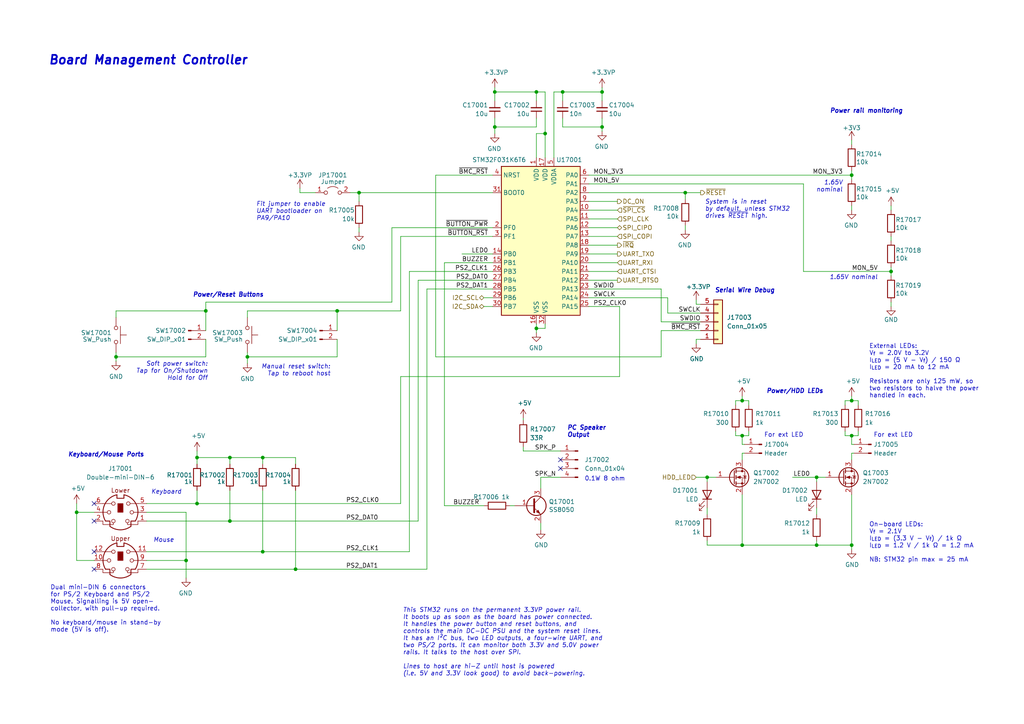
<source format=kicad_sch>
(kicad_sch (version 20211123) (generator eeschema)
  (paper "A4")
  (title_block (title "Neotron Common Hardware - Board M'gmt Controller") (date "${date}") (rev "${version}") (company "https://neotron-compute.github.io") (comment 1 "Licensed as CC-BY-SA") (comment 2 "Copyright (c) The Neotron Developers, 2022"))
  (lib_symbols
    (symbol "Connector:Conn_01x02_Male" (pin_names (offset 1.016) hide)
      (property "Reference" "J" (at 0 2.54 0))
      (property "Value" "Conn_01x02_Male" (at 0 -5.08 0))
      (symbol "Conn_01x02_Male_1_1"
        (pin passive line (at 5.08 0 180) (length 3.81) (name "Pin_1") (number "1"))
        (pin passive line (at 5.08 -2.54 180) (length 3.81) (name "Pin_2") (number "2"))
      )
    )
    (symbol "Connector:Conn_01x04_Male" (pin_names (offset 1.016) hide)
      (property "Reference" "J" (at 0 5.08 0))
      (property "Value" "Conn_01x04_Male" (at 0 -7.62 0))
      (symbol "Conn_01x04_Male_1_1"
        (pin passive line (at 5.08 2.54 180) (length 3.81) (name "Pin_1") (number "1"))
        (pin passive line (at 5.08 0 180) (length 3.81) (name "Pin_2") (number "2"))
        (pin passive line (at 5.08 -2.54 180) (length 3.81) (name "Pin_3") (number "3"))
        (pin passive line (at 5.08 -5.08 180) (length 3.81) (name "Pin_4") (number "4"))
      )
    )
    (symbol "Connector_Generic:Conn_01x05" (pin_names (offset 1.016) hide)
      (property "Reference" "J" (at 0 7.62 0))
      (property "Value" "Conn_01x05" (at 0 -7.62 0))
      (symbol "Conn_01x05_1_1"
        (pin passive line (at -5.08 5.08 0) (length 3.81) (name "Pin_1") (number "1"))
        (pin passive line (at -5.08 2.54 0) (length 3.81) (name "Pin_2") (number "2"))
        (pin passive line (at -5.08 0 0) (length 3.81) (name "Pin_3") (number "3"))
        (pin passive line (at -5.08 -2.54 0) (length 3.81) (name "Pin_4") (number "4"))
        (pin passive line (at -5.08 -5.08 0) (length 3.81) (name "Pin_5") (number "5"))
      )
    )
    (symbol "Device:C_Small" (pin_numbers hide) (pin_names (offset 0.254) hide)
      (property "Reference" "C" (at 0.254 1.778 0))
      (property "Value" "C_Small" (at 0.254 -2.032 0))
      (symbol "C_Small_1_1"
        (pin passive line (at 0 2.54 270) (length 2.032) (name "~") (number "1"))
        (pin passive line (at 0 -2.54 90) (length 2.032) (name "~") (number "2"))
      )
    )
    (symbol "Device:LED" (pin_numbers hide) (pin_names (offset 1.016) hide)
      (property "Reference" "D" (at 0 2.54 0))
      (property "Value" "LED" (at 0 -2.54 0))
      (symbol "LED_1_1"
        (pin passive line (at -3.81 0 0) (length 2.54) (name "K") (number "1"))
        (pin passive line (at 3.81 0 180) (length 2.54) (name "A") (number "2"))
      )
    )
    (symbol "Device:R" (pin_numbers hide) (pin_names (offset 0))
      (property "Reference" "R" (at 2.032 0 90))
      (property "Value" "R" (at 0 0 90))
      (symbol "R_1_1"
        (pin passive line (at 0 3.81 270) (length 1.27) (name "~") (number "1"))
        (pin passive line (at 0 -3.81 90) (length 1.27) (name "~") (number "2"))
      )
    )
    (symbol "Double-mini-DIN-6_1" (pin_names (offset 1.016))
      (property "Reference" "J" (at -5.08 12.7 0))
      (property "Value" "Double-mini-DIN-6_1" (at -10.16 -15.24 0))
      (symbol "Double-mini-DIN-6_1_0_0"
        (text "Lower" (at 0 12.7 0) (effects (font (size 1.27 1.27))))
        (text "Upper" (at 0 -1.27 0) (effects (font (size 1.27 1.27))))
      )
      (symbol "Double-mini-DIN-6_1_1_1"
        (pin passive line (at 7.62 3.81 180) (length 2.54) (name "~") (number "1"))
        (pin passive line (at -7.62 -7.62 0) (length 2.54) (name "~") (number "10"))
        (pin passive line (at 7.62 -5.08 180) (length 2.54) (name "~") (number "11"))
        (pin passive line (at -7.62 -5.08 0) (length 2.54) (name "~") (number "12"))
        (pin passive line (at -7.62 3.81 0) (length 2.54) (name "~") (number "2"))
        (pin passive line (at 7.62 6.35 180) (length 2.54) (name "~") (number "3"))
        (pin passive line (at -7.62 6.35 0) (length 2.54) (name "~") (number "4"))
        (pin passive line (at 7.62 8.89 180) (length 2.54) (name "~") (number "5"))
        (pin passive line (at -7.62 8.89 0) (length 2.54) (name "~") (number "6"))
        (pin passive line (at 7.62 -10.16 180) (length 2.54) (name "~") (number "7"))
        (pin passive line (at -7.62 -10.16 0) (length 2.54) (name "~") (number "8"))
        (pin passive line (at 7.62 -7.62 180) (length 2.54) (name "~") (number "9"))
      )
    )
    (symbol "Jumper:Jumper_2_Open" (pin_names (offset 0) hide)
      (property "Reference" "JP" (at 0 2.794 0))
      (property "Value" "Jumper_2_Open" (at 0 -2.286 0))
      (symbol "Jumper_2_Open_1_1"
        (pin passive line (at -5.08 0 0) (length 2.54) (name "A") (number "1"))
        (pin passive line (at 5.08 0 180) (length 2.54) (name "B") (number "2"))
      )
    )
    (symbol "MCU_ST_STM32F0:STM32F030K6Tx"
      (property "Reference" "U" (at -12.7 21.59 0))
      (property "Value" "STM32F030K6Tx" (at 5.08 21.59 0))
      (symbol "STM32F030K6Tx_1_1"
        (pin power_in line (at -2.54 22.86 270) (length 2.54) (name "VDD") (number "1"))
        (pin bidirectional line (at 12.7 7.62 180) (length 2.54) (name "PA4") (number "10"))
        (pin bidirectional line (at 12.7 5.08 180) (length 2.54) (name "PA5") (number "11"))
        (pin bidirectional line (at 12.7 2.54 180) (length 2.54) (name "PA6") (number "12"))
        (pin bidirectional line (at 12.7 0 180) (length 2.54) (name "PA7") (number "13"))
        (pin bidirectional line (at -15.24 -5.08 0) (length 2.54) (name "PB0") (number "14"))
        (pin bidirectional line (at -15.24 -7.62 0) (length 2.54) (name "PB1") (number "15"))
        (pin power_in line (at -2.54 -25.4 90) (length 2.54) (name "VSS") (number "16"))
        (pin power_in line (at 0 22.86 270) (length 2.54) (name "VDD") (number "17"))
        (pin bidirectional line (at 12.7 -2.54 180) (length 2.54) (name "PA8") (number "18"))
        (pin bidirectional line (at 12.7 -5.08 180) (length 2.54) (name "PA9") (number "19"))
        (pin input line (at -15.24 2.54 0) (length 2.54) (name "PF0") (number "2"))
        (pin bidirectional line (at 12.7 -7.62 180) (length 2.54) (name "PA10") (number "20"))
        (pin bidirectional line (at 12.7 -10.16 180) (length 2.54) (name "PA11") (number "21"))
        (pin bidirectional line (at 12.7 -12.7 180) (length 2.54) (name "PA12") (number "22"))
        (pin bidirectional line (at 12.7 -15.24 180) (length 2.54) (name "PA13") (number "23"))
        (pin bidirectional line (at 12.7 -17.78 180) (length 2.54) (name "PA14") (number "24"))
        (pin bidirectional line (at 12.7 -20.32 180) (length 2.54) (name "PA15") (number "25"))
        (pin bidirectional line (at -15.24 -10.16 0) (length 2.54) (name "PB3") (number "26"))
        (pin bidirectional line (at -15.24 -12.7 0) (length 2.54) (name "PB4") (number "27"))
        (pin bidirectional line (at -15.24 -15.24 0) (length 2.54) (name "PB5") (number "28"))
        (pin bidirectional line (at -15.24 -17.78 0) (length 2.54) (name "PB6") (number "29"))
        (pin input line (at -15.24 0 0) (length 2.54) (name "PF1") (number "3"))
        (pin bidirectional line (at -15.24 -20.32 0) (length 2.54) (name "PB7") (number "30"))
        (pin input line (at -15.24 12.7 0) (length 2.54) (name "BOOT0") (number "31"))
        (pin power_in line (at 0 -25.4 90) (length 2.54) (name "VSS") (number "32"))
        (pin input line (at -15.24 17.78 0) (length 2.54) (name "NRST") (number "4"))
        (pin power_in line (at 2.54 22.86 270) (length 2.54) (name "VDDA") (number "5"))
        (pin bidirectional line (at 12.7 17.78 180) (length 2.54) (name "PA0") (number "6"))
        (pin bidirectional line (at 12.7 15.24 180) (length 2.54) (name "PA1") (number "7"))
        (pin bidirectional line (at 12.7 12.7 180) (length 2.54) (name "PA2") (number "8"))
        (pin bidirectional line (at 12.7 10.16 180) (length 2.54) (name "PA3") (number "9"))
      )
    )
    (symbol "Switch:SW_Push" (pin_numbers hide) (pin_names (offset 1.016) hide)
      (property "Reference" "SW" (at 1.27 2.54 0))
      (property "Value" "SW_Push" (at 0 -1.524 0))
      (symbol "SW_Push_0_1"
        (pin passive line (at -5.08 0 0) (length 2.54) (name "1") (number "1"))
        (pin passive line (at 5.08 0 180) (length 2.54) (name "2") (number "2"))
      )
    )
    (symbol "Transistor_BJT:BC817" (pin_names (offset 0) hide)
      (property "Reference" "Q" (at 5.08 1.905 0))
      (property "Value" "BC817" (at 5.08 0 0))
      (symbol "BC817_1_1"
        (pin input line (at -5.08 0 0) (length 5.715) (name "B") (number "1"))
        (pin passive line (at 2.54 -5.08 90) (length 2.54) (name "E") (number "2"))
        (pin passive line (at 2.54 5.08 270) (length 2.54) (name "C") (number "3"))
      )
    )
    (symbol "Transistor_FET:2N7002" (pin_names hide)
      (property "Reference" "Q" (at 5.08 1.905 0))
      (property "Value" "2N7002" (at 5.08 0 0))
      (symbol "2N7002_1_1"
        (pin input line (at -5.08 0 0) (length 2.54) (name "G") (number "1"))
        (pin passive line (at 2.54 -5.08 90) (length 2.54) (name "S") (number "2"))
        (pin passive line (at 2.54 5.08 270) (length 2.54) (name "D") (number "3"))
      )
    )
    (symbol "power:+3.3VP" (power) (pin_names (offset 0))
      (property "Value" "+3.3VP" (at 0 2.54 0))
      (symbol "+3.3VP_0_0"
        (pin power_in line (at 0 0 90) (length 0) hide (name "+3.3VP") (number "1"))
      )
    )
    (symbol "power:+3V3" (power) (pin_names (offset 0))
      (property "Value" "+3V3" (at 0 3.556 0))
      (symbol "+3V3_1_1"
        (pin power_in line (at 0 0 90) (length 0) hide (name "+3V3") (number "1"))
      )
    )
    (symbol "power:+5V" (power) (pin_names (offset 0))
      (property "Value" "+5V" (at 0 3.556 0))
      (symbol "+5V_1_1"
        (pin power_in line (at 0 0 90) (length 0) hide (name "+5V") (number "1"))
      )
    )
    (symbol "power:GND" (power) (pin_names (offset 0))
      (property "Value" "GND" (at 0 -3.81 0))
      (symbol "GND_1_1"
        (pin power_in line (at 0 0 270) (length 0) hide (name "GND") (number "1"))
      )
    )
  )
  (junction (at 143.51 36.83))
  (junction (at 66.675 151.13))
  (junction (at 53.975 162.56))
  (junction (at 258.445 78.74))
  (junction (at 155.575 26.67))
  (junction (at 66.675 132.715))
  (junction (at 215.265 158.115))
  (junction (at 71.755 103.505))
  (junction (at 104.14 55.88))
  (junction (at 143.51 26.67))
  (junction (at 247.015 126.365))
  (junction (at 236.855 138.43))
  (junction (at 247.015 116.205))
  (junction (at 33.655 103.505))
  (junction (at 198.755 55.88))
  (junction (at 76.2 160.02))
  (junction (at 163.195 26.67))
  (junction (at 155.575 95.25))
  (junction (at 22.225 148.59))
  (junction (at 59.69 90.17))
  (junction (at 174.625 36.83))
  (junction (at 158.115 38.735))
  (junction (at 57.15 132.715))
  (junction (at 174.625 26.67))
  (junction (at 247.015 50.8))
  (junction (at 85.725 165.1))
  (junction (at 57.15 146.05))
  (junction (at 97.79 90.17))
  (junction (at 236.855 158.115))
  (junction (at 215.265 116.205))
  (junction (at 205.105 138.43))
  (junction (at 76.2 132.715))
  (junction (at 247.015 158.115))
  (junction (at 215.265 126.365))
  (no_connect (at 27.305 146.05))
  (no_connect (at 162.56 135.89))
  (no_connect (at 162.56 133.35))
  (no_connect (at 27.305 165.1))
  (no_connect (at 27.305 151.13))
  (no_connect (at 27.305 160.02))
  (wire (pts (xy 215.265 131.445) (xy 215.9 131.445)))
  (wire (pts (xy 163.195 26.67) (xy 163.195 29.21)))
  (wire (pts (xy 116.205 146.05) (xy 116.205 109.22)))
  (wire (pts (xy 217.17 126.365) (xy 215.265 126.365)))
  (wire (pts (xy 247.015 126.365) (xy 248.92 126.365)))
  (wire (pts (xy 163.195 36.83) (xy 174.625 36.83)))
  (wire (pts (xy 245.11 126.365) (xy 247.015 126.365)))
  (wire (pts (xy 76.2 134.62) (xy 76.2 132.715)))
  (wire (pts (xy 170.815 55.88) (xy 198.755 55.88)))
  (wire (pts (xy 198.755 55.88) (xy 203.2 55.88)))
  (wire (pts (xy 258.445 77.47) (xy 258.445 78.74)))
  (wire (pts (xy 116.205 68.58) (xy 116.205 90.17)))
  (wire (pts (xy 170.815 81.28) (xy 179.07 81.28)))
  (wire (pts (xy 170.815 78.74) (xy 179.07 78.74)))
  (wire (pts (xy 213.36 117.475) (xy 213.36 116.205)))
  (wire (pts (xy 33.655 90.17) (xy 59.69 90.17)))
  (wire (pts (xy 170.815 66.04) (xy 179.07 66.04)))
  (wire (pts (xy 86.995 54.61) (xy 86.995 55.88)))
  (wire (pts (xy 121.285 81.28) (xy 142.875 81.28)))
  (wire (pts (xy 101.6 55.88) (xy 104.14 55.88)))
  (wire (pts (xy 57.15 130.81) (xy 57.15 132.715)))
  (wire (pts (xy 42.545 162.56) (xy 53.975 162.56)))
  (wire (pts (xy 215.265 126.365) (xy 215.265 128.905)))
  (wire (pts (xy 247.015 126.365) (xy 247.015 128.905)))
  (wire (pts (xy 170.815 71.12) (xy 179.07 71.12)))
  (wire (pts (xy 97.79 98.425) (xy 97.79 103.505)))
  (wire (pts (xy 248.92 126.365) (xy 248.92 125.095)))
  (wire (pts (xy 233.045 78.74) (xy 258.445 78.74)))
  (wire (pts (xy 247.015 41.91) (xy 247.015 40.64)))
  (wire (pts (xy 118.745 160.02) (xy 118.745 78.74)))
  (wire (pts (xy 33.655 90.17) (xy 33.655 92.075)))
  (wire (pts (xy 174.625 26.67) (xy 174.625 25.4)))
  (wire (pts (xy 33.655 103.505) (xy 59.69 103.505)))
  (wire (pts (xy 71.755 103.505) (xy 71.755 105.41)))
  (wire (pts (xy 155.575 95.25) (xy 155.575 96.52)))
  (wire (pts (xy 205.105 156.845) (xy 205.105 158.115)))
  (wire (pts (xy 198.755 55.88) (xy 198.755 57.785)))
  (wire (pts (xy 97.79 90.17) (xy 97.79 95.885)))
  (wire (pts (xy 247.015 128.905) (xy 247.65 128.905)))
  (wire (pts (xy 59.69 98.425) (xy 59.69 103.505)))
  (wire (pts (xy 97.79 90.17) (xy 116.205 90.17)))
  (wire (pts (xy 155.575 26.67) (xy 158.115 26.67)))
  (wire (pts (xy 66.675 151.13) (xy 121.285 151.13)))
  (wire (pts (xy 22.225 148.59) (xy 22.225 146.05)))
  (wire (pts (xy 133.985 73.66) (xy 142.875 73.66)))
  (wire (pts (xy 170.815 86.36) (xy 193.675 86.36)))
  (wire (pts (xy 201.93 88.265) (xy 201.93 86.995)))
  (wire (pts (xy 143.51 36.83) (xy 155.575 36.83)))
  (wire (pts (xy 59.69 90.17) (xy 59.69 87.63)))
  (wire (pts (xy 247.015 131.445) (xy 247.65 131.445)))
  (wire (pts (xy 71.755 103.505) (xy 97.79 103.505)))
  (wire (pts (xy 42.545 148.59) (xy 53.975 148.59)))
  (wire (pts (xy 258.445 59.69) (xy 258.445 60.96)))
  (wire (pts (xy 170.815 73.66) (xy 179.07 73.66)))
  (wire (pts (xy 245.11 125.095) (xy 245.11 126.365)))
  (wire (pts (xy 215.265 158.115) (xy 236.855 158.115)))
  (wire (pts (xy 57.15 134.62) (xy 57.15 132.715)))
  (wire (pts (xy 71.755 90.17) (xy 97.79 90.17)))
  (wire (pts (xy 57.15 132.715) (xy 66.675 132.715)))
  (wire (pts (xy 123.825 83.82) (xy 123.825 165.1)))
  (wire (pts (xy 85.725 132.715) (xy 85.725 134.62)))
  (wire (pts (xy 76.2 132.715) (xy 85.725 132.715)))
  (wire (pts (xy 140.335 88.9) (xy 142.875 88.9)))
  (wire (pts (xy 170.815 76.2) (xy 179.07 76.2)))
  (wire (pts (xy 151.765 121.285) (xy 151.765 121.92)))
  (wire (pts (xy 126.365 50.8) (xy 142.875 50.8)))
  (wire (pts (xy 104.14 55.88) (xy 142.875 55.88)))
  (wire (pts (xy 59.69 87.63) (xy 113.665 87.63)))
  (wire (pts (xy 201.93 138.43) (xy 205.105 138.43)))
  (wire (pts (xy 215.265 131.445) (xy 215.265 133.35)))
  (wire (pts (xy 76.2 160.02) (xy 118.745 160.02)))
  (wire (pts (xy 203.2 98.425) (xy 201.93 98.425)))
  (wire (pts (xy 247.015 158.115) (xy 247.015 143.51)))
  (wire (pts (xy 42.545 146.05) (xy 57.15 146.05)))
  (wire (pts (xy 170.815 63.5) (xy 179.07 63.5)))
  (wire (pts (xy 128.905 76.2) (xy 128.905 146.685)))
  (wire (pts (xy 239.395 138.43) (xy 236.855 138.43)))
  (wire (pts (xy 151.765 130.81) (xy 162.56 130.81)))
  (wire (pts (xy 156.845 141.605) (xy 156.845 138.43)))
  (wire (pts (xy 86.995 55.88) (xy 91.44 55.88)))
  (wire (pts (xy 258.445 88.9) (xy 258.445 87.63)))
  (wire (pts (xy 170.815 50.8) (xy 247.015 50.8)))
  (wire (pts (xy 140.335 86.36) (xy 142.875 86.36)))
  (wire (pts (xy 248.92 116.205) (xy 247.015 116.205)))
  (wire (pts (xy 155.575 38.735) (xy 158.115 38.735)))
  (wire (pts (xy 215.265 116.205) (xy 217.17 116.205)))
  (wire (pts (xy 191.77 103.505) (xy 126.365 103.505)))
  (wire (pts (xy 53.975 162.56) (xy 53.975 167.64)))
  (wire (pts (xy 174.625 26.67) (xy 174.625 29.21)))
  (wire (pts (xy 247.015 158.115) (xy 247.015 159.385)))
  (wire (pts (xy 158.115 38.735) (xy 158.115 45.72)))
  (wire (pts (xy 116.205 109.22) (xy 179.705 109.22)))
  (wire (pts (xy 236.855 158.115) (xy 247.015 158.115)))
  (wire (pts (xy 143.51 26.67) (xy 155.575 26.67)))
  (wire (pts (xy 215.265 143.51) (xy 215.265 158.115)))
  (wire (pts (xy 258.445 78.74) (xy 258.445 80.01)))
  (wire (pts (xy 215.265 128.905) (xy 215.9 128.905)))
  (wire (pts (xy 247.015 49.53) (xy 247.015 50.8)))
  (wire (pts (xy 170.815 88.9) (xy 179.705 88.9)))
  (wire (pts (xy 113.665 66.04) (xy 142.875 66.04)))
  (wire (pts (xy 247.015 50.8) (xy 247.015 52.07)))
  (wire (pts (xy 205.105 138.43) (xy 207.645 138.43)))
  (wire (pts (xy 170.815 68.58) (xy 179.07 68.58)))
  (wire (pts (xy 217.17 116.205) (xy 217.17 117.475)))
  (wire (pts (xy 203.2 95.885) (xy 191.77 95.885)))
  (wire (pts (xy 155.575 26.67) (xy 155.575 29.21)))
  (wire (pts (xy 193.675 86.36) (xy 193.675 90.805)))
  (wire (pts (xy 258.445 68.58) (xy 258.445 69.85)))
  (wire (pts (xy 229.87 138.43) (xy 236.855 138.43)))
  (wire (pts (xy 247.015 116.205) (xy 245.11 116.205)))
  (wire (pts (xy 66.675 142.24) (xy 66.675 151.13)))
  (wire (pts (xy 53.975 148.59) (xy 53.975 162.56)))
  (wire (pts (xy 205.105 147.32) (xy 205.105 149.225)))
  (wire (pts (xy 203.2 93.345) (xy 191.77 93.345)))
  (wire (pts (xy 57.15 142.24) (xy 57.15 146.05)))
  (wire (pts (xy 163.195 26.67) (xy 174.625 26.67)))
  (wire (pts (xy 147.955 146.685) (xy 149.225 146.685)))
  (wire (pts (xy 116.205 68.58) (xy 142.875 68.58)))
  (wire (pts (xy 22.225 148.59) (xy 27.305 148.59)))
  (wire (pts (xy 126.365 103.505) (xy 126.365 50.8)))
  (wire (pts (xy 76.2 142.24) (xy 76.2 160.02)))
  (wire (pts (xy 57.15 146.05) (xy 116.205 146.05)))
  (wire (pts (xy 143.51 36.83) (xy 143.51 38.735)))
  (wire (pts (xy 113.665 66.04) (xy 113.665 87.63)))
  (wire (pts (xy 155.575 95.25) (xy 158.115 95.25)))
  (wire (pts (xy 143.51 25.4) (xy 143.51 26.67)))
  (wire (pts (xy 174.625 38.1) (xy 174.625 36.83)))
  (wire (pts (xy 170.815 60.96) (xy 179.07 60.96)))
  (wire (pts (xy 27.305 162.56) (xy 22.225 162.56)))
  (wire (pts (xy 121.285 81.28) (xy 121.285 151.13)))
  (wire (pts (xy 170.815 53.34) (xy 233.045 53.34)))
  (wire (pts (xy 213.36 126.365) (xy 213.36 125.095)))
  (wire (pts (xy 247.015 59.69) (xy 247.015 60.96)))
  (wire (pts (xy 42.545 165.1) (xy 85.725 165.1)))
  (wire (pts (xy 245.11 116.205) (xy 245.11 117.475)))
  (wire (pts (xy 236.855 138.43) (xy 236.855 139.7)))
  (wire (pts (xy 128.905 76.2) (xy 142.875 76.2)))
  (wire (pts (xy 160.655 26.67) (xy 163.195 26.67)))
  (wire (pts (xy 205.105 138.43) (xy 205.105 139.7)))
  (wire (pts (xy 104.14 67.31) (xy 104.14 66.04)))
  (wire (pts (xy 158.115 26.67) (xy 158.115 38.735)))
  (wire (pts (xy 143.51 26.67) (xy 143.51 29.21)))
  (wire (pts (xy 233.045 53.34) (xy 233.045 78.74)))
  (wire (pts (xy 156.845 151.765) (xy 156.845 153.67)))
  (wire (pts (xy 160.655 26.67) (xy 160.655 45.72)))
  (wire (pts (xy 170.815 83.82) (xy 191.77 83.82)))
  (wire (pts (xy 236.855 158.115) (xy 236.855 156.845)))
  (wire (pts (xy 248.92 117.475) (xy 248.92 116.205)))
  (wire (pts (xy 155.575 38.735) (xy 155.575 45.72)))
  (wire (pts (xy 217.17 125.095) (xy 217.17 126.365)))
  (wire (pts (xy 215.265 114.935) (xy 215.265 116.205)))
  (wire (pts (xy 170.815 58.42) (xy 179.07 58.42)))
  (wire (pts (xy 151.765 129.54) (xy 151.765 130.81)))
  (wire (pts (xy 143.51 34.29) (xy 143.51 36.83)))
  (wire (pts (xy 155.575 34.29) (xy 155.575 36.83)))
  (wire (pts (xy 42.545 160.02) (xy 76.2 160.02)))
  (wire (pts (xy 191.77 93.345) (xy 191.77 83.82)))
  (wire (pts (xy 22.225 148.59) (xy 22.225 162.56)))
  (wire (pts (xy 198.755 65.405) (xy 198.755 66.675)))
  (wire (pts (xy 247.015 116.205) (xy 247.015 114.935)))
  (wire (pts (xy 193.675 90.805) (xy 203.2 90.805)))
  (wire (pts (xy 201.93 98.425) (xy 201.93 99.695)))
  (wire (pts (xy 163.195 34.29) (xy 163.195 36.83)))
  (wire (pts (xy 66.675 132.715) (xy 76.2 132.715)))
  (wire (pts (xy 155.575 93.98) (xy 155.575 95.25)))
  (wire (pts (xy 128.905 146.685) (xy 140.335 146.685)))
  (wire (pts (xy 85.725 142.24) (xy 85.725 165.1)))
  (wire (pts (xy 33.655 102.235) (xy 33.655 103.505)))
  (wire (pts (xy 66.675 134.62) (xy 66.675 132.715)))
  (wire (pts (xy 71.755 102.235) (xy 71.755 103.505)))
  (wire (pts (xy 42.545 151.13) (xy 66.675 151.13)))
  (wire (pts (xy 215.265 126.365) (xy 213.36 126.365)))
  (wire (pts (xy 205.105 158.115) (xy 215.265 158.115)))
  (wire (pts (xy 213.36 116.205) (xy 215.265 116.205)))
  (wire (pts (xy 71.755 90.17) (xy 71.755 92.075)))
  (wire (pts (xy 247.015 131.445) (xy 247.015 133.35)))
  (wire (pts (xy 104.14 55.88) (xy 104.14 58.42)))
  (wire (pts (xy 158.115 95.25) (xy 158.115 93.98)))
  (wire (pts (xy 203.2 88.265) (xy 201.93 88.265)))
  (wire (pts (xy 179.705 109.22) (xy 179.705 88.9)))
  (wire (pts (xy 85.725 165.1) (xy 123.825 165.1)))
  (wire (pts (xy 33.655 103.505) (xy 33.655 104.775)))
  (wire (pts (xy 191.77 95.885) (xy 191.77 103.505)))
  (wire (pts (xy 236.855 147.32) (xy 236.855 149.225)))
  (wire (pts (xy 156.845 138.43) (xy 162.56 138.43)))
  (wire (pts (xy 123.825 83.82) (xy 142.875 83.82)))
  (wire (pts (xy 59.69 90.17) (xy 59.69 95.885)))
  (wire (pts (xy 174.625 34.29) (xy 174.625 36.83)))
  (wire (pts (xy 118.745 78.74) (xy 142.875 78.74)))
  (text "Keyboard/Mouse Ports" (at 19.685 132.715 0) (effects (font (size 1.27 1.27) (thickness 0.254) bold italic) (justify left bottom)))
  (text "System is in reset\nby default, unless STM32\ndrives ~{RESET} high." (at 204.47 63.5 0) (effects (font (size 1.27 1.27) italic) (justify left bottom)))
  (text "Manual reset switch:\nTap to reboot host" (at 95.885 109.22 180) (effects (font (size 1.27 1.27) italic) (justify right bottom)))
  (text "PC Speaker\nOutput" (at 164.465 127 0) (effects (font (size 1.27 1.27) (thickness 0.254) bold italic) (justify left bottom)))
  (text "0.1W 8 ohm" (at 169.545 139.7 0) (effects (font (size 1.27 1.27)) (justify left bottom)))
  (text "For ext LED" (at 221.615 127 0) (effects (font (size 1.27 1.27)) (justify left bottom)))
  (text "1.65V nominal" (at 254.635 81.28 180) (effects (font (size 1.27 1.27) italic) (justify right bottom)))
  (text "Dual mini-DIN 6 connectors\nfor PS/2 Keyboard and PS/2\nMouse. Signalling is 5V open-\ncollector, with pull-up required.\n\nNo keyboard/mouse in stand-by\nmode (5V is off)." (at 14.605 183.515 0) (effects (font (size 1.27 1.27)) (justify left bottom)))
  (text "On-board LEDs:\nV_{f} = 2.1V\nI_{LED} = (3.3 V - V_{f}) / ${00000000-0000-0000-0000-0000606e2a0b:VALUE} Ω\nI_{LED} = 1.2 V / ${00000000-0000-0000-0000-0000606e2a0b:VALUE} Ω = 1.2 mA\n\nNB: STM32 pin max = 25 mA" (at 252.095 163.195 0) (effects (font (size 1.27 1.27)) (justify left bottom)))
  (text "For ext LED" (at 253.365 127 0) (effects (font (size 1.27 1.27)) (justify left bottom)))
  (text "Serial Wire Debug" (at 224.79 85.09 180) (effects (font (size 1.27 1.27) (thickness 0.254) bold italic) (justify right bottom)))
  (text "1.65V\nnominal" (at 244.475 55.88 180) (effects (font (size 1.27 1.27) italic) (justify right bottom)))
  (text "Mouse" (at 44.45 157.48 0) (effects (font (size 1.27 1.27) italic) (justify left bottom)))
  (text "Power rail monitoring" (at 240.665 33.02 0) (effects (font (size 1.27 1.27) (thickness 0.254) bold italic) (justify left bottom)))
  (text "Board Management Controller" (at 13.97 19.05 0) (effects (font (size 2.54 2.54) (thickness 0.508) bold italic) (justify left bottom)))
  (text "Fit jumper to enable\nUART bootloader on\nPA9/PA10" (at 74.295 64.135 0) (effects (font (size 1.27 1.27) italic) (justify left bottom)))
  (text "Soft power switch:\nTap for On/Shutdown\nHold for Off" (at 60.325 110.49 0) (effects (font (size 1.27 1.27) italic) (justify right bottom)))
  (text "Keyboard" (at 43.815 143.51 0) (effects (font (size 1.27 1.27) italic) (justify left bottom)))
  (text "External LEDs:\nV_{f} = 2.0V to 3.2V\nI_{LED} = (5 V - V_{f}) / 150 Ω\nI_{LED} = 20 mA to 12 mA\n\nResistors are only 125 mW, so\ntwo resistors to halve the power\nhandled in each.\n" (at 252.095 115.57 0) (effects (font (size 1.27 1.27)) (justify left bottom)))
  (text "Power/HDD LEDs" (at 222.25 114.3 0) (effects (font (size 1.27 1.27) (thickness 0.254) bold italic) (justify left bottom)))
  (text "Power/Reset Buttons" (at 55.88 86.36 0) (effects (font (size 1.27 1.27) (thickness 0.254) bold italic) (justify left bottom)))
  (text "This STM32 runs on the permanent 3.3VP power rail.\nIt boots up as soon as the board has power connected.\nIt handles the power button and reset buttons, and\ncontrols the main DC-DC PSU and the system reset lines.\nIt has an I²C bus, two LED outputs, a four-wire UART, and\ntwo PS/2 ports. It can monitor both 3.3V and 5.0V power\nrails. It talks to the host over SPI.\n\nLines to host are hi-Z until host is powered\n(i.e. 5V and 3.3V look good) to avoid back-powering." (at 116.84 196.215 0) (effects (font (size 1.27 1.27) italic) (justify left bottom)))
  (label "SWDIO" (at 172.085 83.82 0))
  (label "PS2_CLK1" (at 141.605 78.74 180))
  (label "BUZZER" (at 139.065 146.685 180))
  (label "PS2_CLK0" (at 100.33 146.05 0))
  (label "PS2_DAT1" (at 141.605 83.82 180))
  (label "~{BUTTON_RST}" (at 141.605 68.58 180))
  (label "LED0" (at 234.95 138.43 180))
  (label "SWDIO" (at 203.2 93.345 180))
  (label "~{BUTTON_PWR}" (at 141.605 66.04 180))
  (label "~{BMC_RST}" (at 203.2 95.885 180))
  (label "PS2_DAT0" (at 100.33 151.13 0))
  (label "SWCLK" (at 172.085 86.36 0))
  (label "SPK_N" (at 161.29 138.43 180))
  (label "~{BMC_RST}" (at 141.605 50.8 180))
  (label "MON_5V" (at 254.635 78.74 180))
  (label "BUZZER" (at 141.605 76.2 180))
  (label "MON_3V3" (at 244.475 50.8 180))
  (label "LED0" (at 141.605 73.66 180))
  (label "SPK_P" (at 161.29 130.81 180))
  (label "PS2_DAT0" (at 141.605 81.28 180))
  (label "MON_3V3" (at 172.085 50.8 0))
  (label "PS2_DAT1" (at 100.33 165.1 0))
  (label "PS2_CLK1" (at 100.33 160.02 0))
  (label "MON_5V" (at 172.085 53.34 0))
  (label "SWCLK" (at 203.2 90.805 180))
  (label "PS2_CLK0" (at 172.085 88.9 0))
  (hierarchical_label "DC_ON" (shape output) (at 179.07 58.42 0))
  (hierarchical_label "~{RESET}" (shape output) (at 203.2 55.88 0))
  (hierarchical_label "~{SPI_CS}" (shape input) (at 179.07 60.96 0))
  (hierarchical_label "~{IRQ}" (shape output) (at 179.07 71.12 0))
  (hierarchical_label "SPI_COPI" (shape input) (at 179.07 68.58 0))
  (hierarchical_label "UART_TXO" (shape output) (at 179.07 73.66 0))
  (hierarchical_label "UART_RTSO" (shape output) (at 179.07 81.28 0))
  (hierarchical_label "UART_RXI" (shape input) (at 179.07 76.2 0))
  (hierarchical_label "I2C_SDA" (shape bidirectional) (at 140.335 88.9 180))
  (hierarchical_label "SPI_CLK" (shape input) (at 179.07 63.5 0))
  (hierarchical_label "SPI_CIPO" (shape tri_state) (at 179.07 66.04 0))
  (hierarchical_label "UART_CTSI" (shape input) (at 179.07 78.74 0))
  (hierarchical_label "HDD_LED" (shape input) (at 201.93 138.43 180))
  (hierarchical_label "I2C_SCL" (shape bidirectional) (at 140.335 86.36 180))
  (symbol (lib_id "power:GND") (at 71.755 105.41 0) (mirror y) (unit 1)
    (property "Reference" "#PWR017005" (effects hide))
    (property "Value" "GND" (at 71.755 109.855 0))
  )
  (symbol (lib_id "Device:LED") (at 205.105 143.51 270) (mirror x) (unit 1)
    (property "Reference" "D17001" (at 202.565 142.24 90) (effects (justify right)))
    (property "Value" "LED" (at 202.565 144.78 90) (effects (justify right)))
    (property "Footprint" "LED_SMD:LED_0805_2012Metric" (effects hide))
    (property "Datasheet" "https://datasheet.lcsc.com/lcsc/1806151129_Hubei-KENTO-Elec-17-21SUYC-TR8_C2296.pdf" (effects hide))
    (property "DNP" "0" (effects hide))
    (property "MPN" "17-21SUYC/TR8" (effects hide))
    (property "Manufacturer" "Hubei KENTO" (effects hide))
    (property "LCSC Part#" "C2296" (effects hide))
    (property "Voltage" "2.1V" (effects hide))
    (property "JLCPCB Collection" "Basic" (effects hide))
  )
  (symbol (lib_id "Device:R") (at 205.105 153.035 0) (unit 1)
    (property "Reference" "R17009" (at 203.2 151.765 0) (effects (justify right)))
    (property "Value" "1k" (at 203.2 154.305 0) (effects (justify right)))
    (property "Footprint" "Resistor_SMD:R_0805_2012Metric_Pad1.20x1.40mm_HandSolder" (effects hide))
    (property "DNP" "0" (effects hide))
    (property "MPN" "0805W8F1001T5E" (effects hide))
    (property "Manufacturer" "Uniroyal" (effects hide))
    (property "LCSC Part#" "C17513" (effects hide))
    (property "Tolerance" "1%" (effects hide))
    (property "JLCPCB Collection" "Basic" (effects hide))
  )
  (symbol (lib_id "power:GND") (at 247.015 60.96 0) (mirror y) (unit 1)
    (property "Reference" "#PWR017020" (effects hide))
    (property "Value" "GND" (at 246.888 65.3542 0))
  )
  (symbol (lib_id "power:+3V3") (at 247.015 40.64 0) (unit 1)
    (property "Reference" "#PWR017019" (effects hide))
    (property "Value" "+3V3" (at 247.015 37.084 0))
  )
  (symbol (lib_id "power:GND") (at 53.975 167.64 0) (mirror y) (unit 1)
    (property "Reference" "#PWR017003" (effects hide))
    (property "Value" "GND" (at 53.848 172.0342 0))
  )
  (symbol (lib_id "power:+5V") (at 22.225 146.05 0) (unit 1)
    (property "Reference" "#PWR017001" (effects hide))
    (property "Value" "+5V" (at 22.606 141.6558 0))
  )
  (symbol (lib_id "Device:R") (at 258.445 83.82 0) (unit 1)
    (property "Reference" "R17019" (at 259.715 82.7786 0) (effects (justify left)))
    (property "Value" "10k" (at 259.715 85.09 0) (effects (justify left)))
    (property "Footprint" "Resistor_SMD:R_0805_2012Metric_Pad1.20x1.40mm_HandSolder" (effects hide))
    (property "DNP" "0" (effects hide))
    (property "MPN" "0805W8F1002T5E" (effects hide))
    (property "Manufacturer" "Uniroyal" (effects hide))
    (property "LCSC Part#" "C17414" (effects hide))
    (property "Tolerance" "1%" (effects hide))
    (property "JLCPCB Collection" "Basic" (effects hide))
  )
  (symbol (lib_id "Device:R") (at 258.445 73.66 0) (unit 1)
    (property "Reference" "R17018" (at 259.715 72.6186 0) (effects (justify left)))
    (property "Value" "10k" (at 259.715 74.93 0) (effects (justify left)))
    (property "Footprint" "Resistor_SMD:R_0805_2012Metric_Pad1.20x1.40mm_HandSolder" (effects hide))
    (property "DNP" "0" (effects hide))
    (property "MPN" "0805W8F1002T5E" (effects hide))
    (property "Manufacturer" "Uniroyal" (effects hide))
    (property "LCSC Part#" "C17414" (effects hide))
    (property "Tolerance" "1%" (effects hide))
    (property "JLCPCB Collection" "Basic" (effects hide))
  )
  (symbol (lib_id "power:+5V") (at 57.15 130.81 0) (unit 1)
    (property "Reference" "#PWR017004" (effects hide))
    (property "Value" "+5V" (at 57.531 126.4158 0))
  )
  (symbol (lib_id "MCU_ST_STM32F0:STM32F030K6Tx") (at 158.115 68.58 0) (unit 1)
    (property "Reference" "U17001" (at 168.91 46.355 0) (effects (justify right)))
    (property "Value" "STM32F031K6T6" (at 144.78 46.355 0))
    (property "Footprint" "Package_QFP:LQFP-32_7x7mm_P0.8mm" (effects hide))
    (property "Datasheet" "http://www.st.com/st-web-ui/static/active/en/resource/technical/document/datasheet/DM00088500.pdf" (effects hide))
    (property "Manufacturer" "ST" (effects hide))
    (property "MPN" "STM32F030K6T6" (effects hide))
    (property "DNP" "0" (effects hide))
    (property "LCSC Part#" "C46830" (effects hide))
    (property "JLCPCB Collection" "Extended" (effects hide))
  )
  (symbol (lib_id "power:GND") (at 155.575 96.52 0) (mirror y) (unit 1)
    (property "Reference" "#PWR017011" (effects hide))
    (property "Value" "GND" (at 155.448 100.9142 0))
  )
  (symbol (lib_id "power:+3.3VP") (at 143.51 25.4 0) (unit 1)
    (property "Reference" "#PWR017008" (effects hide))
    (property "Value" "+3.3VP" (at 143.891 21.0058 0))
  )
  (symbol (lib_id "Device:R") (at 247.015 45.72 0) (unit 1)
    (property "Reference" "R17014" (at 248.285 44.6786 0) (effects (justify left)))
    (property "Value" "10k" (at 248.285 46.99 0) (effects (justify left)))
    (property "Footprint" "Resistor_SMD:R_0805_2012Metric_Pad1.20x1.40mm_HandSolder" (effects hide))
    (property "DNP" "0" (effects hide))
    (property "MPN" "0805W8F1002T5E" (effects hide))
    (property "Manufacturer" "Uniroyal" (effects hide))
    (property "LCSC Part#" "C17414" (effects hide))
    (property "Tolerance" "1%" (effects hide))
    (property "JLCPCB Collection" "Basic" (effects hide))
  )
  (symbol (lib_id "Device:R") (at 247.015 55.88 0) (unit 1)
    (property "Reference" "R17015" (at 248.285 54.8386 0) (effects (justify left)))
    (property "Value" "10k" (at 248.285 57.15 0) (effects (justify left)))
    (property "Footprint" "Resistor_SMD:R_0805_2012Metric_Pad1.20x1.40mm_HandSolder" (effects hide))
    (property "DNP" "0" (effects hide))
    (property "MPN" "0805W8F1002T5E" (effects hide))
    (property "Manufacturer" "Uniroyal" (effects hide))
    (property "LCSC Part#" "C17414" (effects hide))
    (property "Tolerance" "1%" (effects hide))
    (property "JLCPCB Collection" "Basic" (effects hide))
  )
  (symbol (lib_id "power:GND") (at 174.625 38.1 0) (mirror y) (unit 1)
    (property "Reference" "#PWR017014" (effects hide))
    (property "Value" "GND" (at 174.498 42.4942 0))
  )
  (symbol (lib_id "Connector:Conn_01x02_Male") (at 92.71 95.885 0) (unit 1)
    (property "Reference" "SW17004" (at 92.075 95.885 0) (effects (justify right)))
    (property "Value" "SW_DIP_x01" (at 92.075 98.425 0) (effects (justify right)))
    (property "Footprint" "Connector_PinHeader_2.54mm:PinHeader_1x02_P2.54mm_Vertical" (effects hide))
    (property "DNP" "0" (effects hide))
  )
  (symbol (lib_id "Connector:Conn_01x02_Male") (at 54.61 95.885 0) (unit 1)
    (property "Reference" "SW17002" (at 53.975 95.885 0) (effects (justify right)))
    (property "Value" "SW_DIP_x01" (at 53.975 98.425 0) (effects (justify right)))
    (property "Footprint" "Connector_PinHeader_2.54mm:PinHeader_1x02_P2.54mm_Vertical" (effects hide))
    (property "DNP" "0" (effects hide))
  )
  (symbol (lib_id "power:GND") (at 33.655 104.775 0) (mirror y) (unit 1)
    (property "Reference" "#PWR017002" (effects hide))
    (property "Value" "GND" (at 33.655 109.22 0))
  )
  (symbol (lib_id "power:+5V") (at 258.445 59.69 0) (unit 1)
    (property "Reference" "#PWR017023" (effects hide))
    (property "Value" "+5V" (at 258.826 55.2958 0))
  )
  (symbol (lib_id "Device:R") (at 258.445 64.77 0) (unit 1)
    (property "Reference" "R17017" (at 259.715 63.7286 0) (effects (justify left)))
    (property "Value" "10k" (at 259.715 66.04 0) (effects (justify left)))
    (property "Footprint" "Resistor_SMD:R_0805_2012Metric_Pad1.20x1.40mm_HandSolder" (effects hide))
    (property "DNP" "0" (effects hide))
    (property "MPN" "0805W8F1002T5E" (effects hide))
    (property "Manufacturer" "Uniroyal" (effects hide))
    (property "LCSC Part#" "C17414" (effects hide))
    (property "Tolerance" "1%" (effects hide))
    (property "JLCPCB Collection" "Basic" (effects hide))
  )
  (symbol (lib_id "power:GND") (at 258.445 88.9 0) (mirror y) (unit 1)
    (property "Reference" "#PWR017024" (effects hide))
    (property "Value" "GND" (at 258.445 92.71 0))
  )
  (symbol (lib_id "Device:R") (at 104.14 62.23 0) (unit 1)
    (property "Reference" "R17005" (at 102.87 60.96 0) (effects (justify right)))
    (property "Value" "10k" (at 102.87 63.5 0) (effects (justify right)))
    (property "Footprint" "Resistor_SMD:R_0805_2012Metric_Pad1.20x1.40mm_HandSolder" (effects hide))
    (property "DNP" "0" (effects hide))
    (property "MPN" "0805W8F1002T5E" (effects hide))
    (property "Manufacturer" "Uniroyal" (effects hide))
    (property "LCSC Part#" "C17414" (effects hide))
    (property "Tolerance" "1%" (effects hide))
    (property "JLCPCB Collection" "Basic" (effects hide))
  )
  (symbol (lib_id "Device:R") (at 217.17 121.285 0) (unit 1)
    (property "Reference" "R17011" (at 219.075 120.015 0) (effects (justify left)))
    (property "Value" "1k" (at 219.075 122.555 0) (effects (justify left)))
    (property "Footprint" "Resistor_SMD:R_0805_2012Metric_Pad1.20x1.40mm_HandSolder" (effects hide))
    (property "DNP" "0" (effects hide))
    (property "MPN" "0805W8F1001T5E" (effects hide))
    (property "Manufacturer" "Uniroyal" (effects hide))
    (property "LCSC Part#" "C17513" (effects hide))
    (property "Tolerance" "1%" (effects hide))
    (property "JLCPCB Collection" "Basic" (effects hide))
  )
  (symbol (lib_id "Connector:Conn_01x02_Male") (at 220.98 128.905 0) (mirror y) (unit 1)
    (property "Reference" "J17004" (at 221.615 128.905 0) (effects (justify right)))
    (property "Value" "Header" (at 221.615 131.445 0) (effects (justify right)))
    (property "Footprint" "Connector_PinHeader_2.54mm:PinHeader_1x02_P2.54mm_Vertical" (effects hide))
    (property "DNP" "0" (effects hide))
  )
  (symbol (lib_id "power:GND") (at 201.93 99.695 0) (unit 1)
    (property "Reference" "#PWR017017" (effects hide))
    (property "Value" "GND" (at 202.057 104.0892 0))
  )
  (symbol (lib_id "power:+3.3VP") (at 86.995 54.61 0) (unit 1)
    (property "Reference" "#PWR017006" (effects hide))
    (property "Value" "+3.3VP" (at 86.995 50.8 0))
  )
  (symbol (lib_id "Connector_Generic:Conn_01x05") (at 208.28 93.345 0) (mirror x) (unit 1)
    (property "Reference" "J17003" (at 210.82 92.075 0) (effects (justify left)))
    (property "Value" "Conn_01x05" (at 210.82 94.615 0) (effects (justify left)))
    (property "Footprint" "Connector_PinHeader_2.54mm:PinHeader_1x05_P2.54mm_Vertical" (effects hide))
    (property "DNP" "0" (effects hide))
  )
  (symbol (lib_id "power:+3.3VP") (at 201.93 86.995 0) (mirror y) (unit 1)
    (property "Reference" "#PWR017016" (effects hide))
    (property "Value" "+3.3VP" (at 202.565 83.185 0))
  )
  (symbol (lib_id "Device:R") (at 236.855 153.035 0) (unit 1)
    (property "Reference" "R17012" (at 234.95 151.765 0) (effects (justify right)))
    (property "Value" "1k" (at 234.95 154.305 0) (effects (justify right)))
    (property "Footprint" "Resistor_SMD:R_0805_2012Metric_Pad1.20x1.40mm_HandSolder" (effects hide))
    (property "DNP" "0" (effects hide))
    (property "MPN" "0805W8F1001T5E" (effects hide))
    (property "Manufacturer" "Uniroyal" (effects hide))
    (property "LCSC Part#" "C17513" (effects hide))
    (property "Tolerance" "1%" (effects hide))
    (property "JLCPCB Collection" "Basic" (effects hide))
  )
  (symbol (lib_id "Device:LED") (at 236.855 143.51 270) (mirror x) (unit 1)
    (property "Reference" "D17002" (at 234.315 142.24 90) (effects (justify right)))
    (property "Value" "LED" (at 234.315 144.78 90) (effects (justify right)))
    (property "Footprint" "LED_SMD:LED_0805_2012Metric" (effects hide))
    (property "Datasheet" "https://datasheet.lcsc.com/lcsc/1806151129_Hubei-KENTO-Elec-17-21SUYC-TR8_C2296.pdf" (effects hide))
    (property "DNP" "0" (effects hide))
    (property "MPN" "17-21SUYC/TR8" (effects hide))
    (property "Manufacturer" "Hubei KENTO" (effects hide))
    (property "LCSC Part#" "C2296" (effects hide))
    (property "Voltage" "2.1V" (effects hide))
    (property "JLCPCB Collection" "Basic" (effects hide))
  )
  (symbol (lib_id "Device:R") (at 248.92 121.285 0) (mirror y) (unit 1)
    (property "Reference" "R17016" (at 250.825 120.015 0) (effects (justify right)))
    (property "Value" "1k" (at 250.825 122.555 0) (effects (justify right)))
    (property "Footprint" "Resistor_SMD:R_0805_2012Metric_Pad1.20x1.40mm_HandSolder" (effects hide))
    (property "DNP" "0" (effects hide))
    (property "MPN" "0805W8F1001T5E" (effects hide))
    (property "Manufacturer" "Uniroyal" (effects hide))
    (property "LCSC Part#" "C17513" (effects hide))
    (property "Tolerance" "1%" (effects hide))
    (property "JLCPCB Collection" "Basic" (effects hide))
  )
  (symbol (lib_id "Connector:Conn_01x02_Male") (at 252.73 128.905 0) (mirror y) (unit 1)
    (property "Reference" "J17005" (at 253.365 128.905 0) (effects (justify right)))
    (property "Value" "Header" (at 253.365 131.445 0) (effects (justify right)))
    (property "Footprint" "Connector_PinHeader_2.54mm:PinHeader_1x02_P2.54mm_Vertical" (effects hide))
    (property "DNP" "0" (effects hide))
  )
  (symbol (lib_id "Device:R") (at 198.755 61.595 0) (mirror y) (unit 1)
    (property "Reference" "R17008" (at 196.977 60.4266 0) (effects (justify left)))
    (property "Value" "10k" (at 196.977 62.738 0) (effects (justify left)))
    (property "Footprint" "Resistor_SMD:R_0805_2012Metric_Pad1.20x1.40mm_HandSolder" (effects hide))
    (property "DNP" "0" (effects hide))
    (property "MPN" "0805W8F1002T5E" (effects hide))
    (property "Manufacturer" "Uniroyal" (effects hide))
    (property "LCSC Part#" "C17414" (effects hide))
    (property "Tolerance" "1%" (effects hide))
    (property "JLCPCB Collection" "Basic" (effects hide))
  )
  (symbol (lib_id "power:GND") (at 198.755 66.675 0) (mirror y) (unit 1)
    (property "Reference" "#PWR017015" (effects hide))
    (property "Value" "GND" (at 198.628 71.0692 0))
  )
  (symbol (lib_id "Jumper:Jumper_2_Open") (at 96.52 55.88 0) (unit 1)
    (property "Reference" "JP17001" (at 96.52 50.8 0))
    (property "Value" "Jumper" (at 96.52 52.705 0))
    (property "Footprint" "Connector_PinHeader_2.54mm:PinHeader_1x02_P2.54mm_Vertical" (effects hide))
    (property "DNP" "0" (effects hide))
  )
  (symbol (lib_id "power:GND") (at 104.14 67.31 0) (mirror y) (unit 1)
    (property "Reference" "#PWR017007" (effects hide))
    (property "Value" "GND" (at 104.013 71.7042 0))
  )
  (symbol (lib_id "Device:C_Small") (at 163.195 31.75 0) (unit 1)
    (property "Reference" "C17003" (at 165.1 30.48 0) (effects (justify left)))
    (property "Value" "10n" (at 165.1 33.02 0) (effects (justify left)))
    (property "Footprint" "Capacitor_SMD:C_0805_2012Metric_Pad1.18x1.45mm_HandSolder" (effects hide))
    (property "DNP" "0" (effects hide))
    (property "MPN" "CL21B103KCANNNC" (effects hide))
    (property "Manufacturer" "Samsung" (effects hide))
    (property "LCSC Part#" "C1710" (effects hide))
    (property "Tolerance" "X7R" (effects hide))
    (property "Voltage" "50V" (effects hide))
    (property "JLCPCB Collection" "Basic" (effects hide))
  )
  (symbol (lib_id "power:+3.3VP") (at 174.625 25.4 0) (unit 1)
    (property "Reference" "#PWR017013" (effects hide))
    (property "Value" "+3.3VP" (at 175.006 21.0058 0))
  )
  (symbol (lib_id "Device:R") (at 57.15 138.43 0) (unit 1)
    (property "Reference" "R17001" (at 55.88 137.795 0) (effects (justify right)))
    (property "Value" "1k" (at 55.88 139.7 0) (effects (justify right)))
    (property "Footprint" "Resistor_SMD:R_0805_2012Metric_Pad1.20x1.40mm_HandSolder" (effects hide))
    (property "Tolerance" "1%" (effects hide))
    (property "DNP" "0" (effects hide))
    (property "LCSC Part#" "C17513" (effects hide))
    (property "MPN" "0805W8F1001T5E" (effects hide))
    (property "Manufacturer" "Uniroyal" (effects hide))
    (property "JLCPCB Collection" "Basic" (effects hide))
  )
  (symbol (lib_id "Device:R") (at 66.675 138.43 0) (unit 1)
    (property "Reference" "R17002" (at 65.405 137.795 0) (effects (justify right)))
    (property "Value" "1k" (at 65.405 139.7 0) (effects (justify right)))
    (property "Footprint" "Resistor_SMD:R_0805_2012Metric_Pad1.20x1.40mm_HandSolder" (effects hide))
    (property "Tolerance" "1%" (effects hide))
    (property "DNP" "0" (effects hide))
    (property "LCSC Part#" "C17513" (effects hide))
    (property "MPN" "0805W8F1001T5E" (effects hide))
    (property "Manufacturer" "Uniroyal" (effects hide))
    (property "JLCPCB Collection" "Basic" (effects hide))
  )
  (symbol (lib_id "Device:R") (at 76.2 138.43 0) (unit 1)
    (property "Reference" "R17003" (at 74.93 137.795 0) (effects (justify right)))
    (property "Value" "1k" (at 74.93 139.7 0) (effects (justify right)))
    (property "Footprint" "Resistor_SMD:R_0805_2012Metric_Pad1.20x1.40mm_HandSolder" (effects hide))
    (property "Tolerance" "1%" (effects hide))
    (property "DNP" "0" (effects hide))
    (property "LCSC Part#" "C17513" (effects hide))
    (property "MPN" "0805W8F1001T5E" (effects hide))
    (property "Manufacturer" "Uniroyal" (effects hide))
    (property "JLCPCB Collection" "Basic" (effects hide))
  )
  (symbol (lib_id "Device:R") (at 85.725 138.43 0) (unit 1)
    (property "Reference" "R17004" (at 84.455 137.795 0) (effects (justify right)))
    (property "Value" "1k" (at 84.455 139.7 0) (effects (justify right)))
    (property "Footprint" "Resistor_SMD:R_0805_2012Metric_Pad1.20x1.40mm_HandSolder" (effects hide))
    (property "Tolerance" "1%" (effects hide))
    (property "DNP" "0" (effects hide))
    (property "LCSC Part#" "C17513" (effects hide))
    (property "MPN" "0805W8F1001T5E" (effects hide))
    (property "Manufacturer" "Uniroyal" (effects hide))
    (property "JLCPCB Collection" "Basic" (effects hide))
  )
  (symbol (lib_id "power:+5V") (at 151.765 121.285 0) (unit 1)
    (property "Reference" "#PWR017010" (effects hide))
    (property "Value" "+5V" (at 152.146 116.8908 0))
  )
  (symbol (lib_id "Device:R") (at 213.36 121.285 0) (mirror y) (unit 1)
    (property "Reference" "R17010" (at 211.455 120.015 0) (effects (justify left)))
    (property "Value" "300" (at 211.455 122.555 0) (effects (justify left)))
    (property "Footprint" "Resistor_SMD:R_0805_2012Metric_Pad1.20x1.40mm_HandSolder" (effects hide))
    (property "DNP" "0" (effects hide))
    (property "MPN" "0805W8F3000T5E" (effects hide))
    (property "Manufacturer" "Uniroyal" (effects hide))
    (property "LCSC Part#" "C17617" (effects hide))
    (property "Tolerance" "1%" (effects hide))
    (property "JLCPCB Collection" "Basic" (effects hide))
  )
  (symbol (lib_id "Device:C_Small") (at 174.625 31.75 180) (unit 1)
    (property "Reference" "C17004" (at 176.53 30.48 0) (effects (justify right)))
    (property "Value" "10u" (at 176.53 33.02 0) (effects (justify right)))
    (property "Footprint" "Capacitor_SMD:C_0805_2012Metric_Pad1.18x1.45mm_HandSolder" (effects hide))
    (property "DNP" "0" (effects hide))
    (property "Tolerance" "X5R" (effects hide))
    (property "Voltage" "25V" (effects hide))
  )
  (symbol (lib_id "Switch:SW_Push") (at 71.755 97.155 270) (mirror x) (unit 1)
    (property "Reference" "SW17003" (at 70.485 96.52 90) (effects (justify right)))
    (property "Value" "SW_Push" (at 70.485 98.4249 90) (effects (justify right)))
    (property "Footprint" "Button_Switch_THT:SW_PUSH_6mm" (effects hide))
    (property "Datasheet" "https://media.digikey.com/pdf/Data%20Sheets/APEM%20Components%20PDFs/MJTP%20Series-6MM.pdf" (effects hide))
    (property "Manufacturer" "APEM Inc" (effects hide))
    (property "MPN" "MJTP1230" (effects hide))
    (property "DNP" "0" (effects hide))
    (property "Digikey" "679-2428-ND" (effects hide))
    (property "Mouser" "642-MJTP1230" (effects hide))
  )
  (symbol (lib_id "Device:R") (at 245.11 121.285 0) (mirror y) (unit 1)
    (property "Reference" "R17013" (at 243.205 120.015 0) (effects (justify left)))
    (property "Value" "300" (at 243.205 122.555 0) (effects (justify left)))
    (property "Footprint" "Resistor_SMD:R_0805_2012Metric_Pad1.20x1.40mm_HandSolder" (effects hide))
    (property "DNP" "0" (effects hide))
    (property "MPN" "0805W8F3000T5E" (effects hide))
    (property "Manufacturer" "Uniroyal" (effects hide))
    (property "LCSC Part#" "C17617" (effects hide))
    (property "Tolerance" "1%" (effects hide))
    (property "JLCPCB Collection" "Basic" (effects hide))
  )
  (symbol (lib_id "Transistor_FET:2N7002") (at 244.475 138.43 0) (unit 1)
    (property "Reference" "Q17003" (at 250.19 137.1599 0) (effects (justify left)))
    (property "Value" "2N7002" (at 250.19 139.6999 0) (effects (justify left)))
    (property "Footprint" "Package_TO_SOT_SMD:SOT-23" (effects hide))
    (property "Datasheet" "https://datasheet.lcsc.com/lcsc/1810151612_Jiangsu-Changjing-Electronics-Technology-Co---Ltd--2N7002_C8545.pdf" (effects hide))
    (property "DNP" "0" (effects hide))
    (property "LCSC Part#" "C8545" (effects hide))
    (property "MPN" "2N7002" (effects hide))
    (property "Manufacturer" "JSCJ" (effects hide))
    (property "Voltage" "60V" (effects hide))
    (property "JLCPCB Collection" "Basic" (effects hide))
  )
  (symbol (lib_id "Connector:Conn_01x04_Male") (at 167.64 133.35 0) (mirror y) (unit 1)
    (property "Reference" "J17002" (at 169.545 133.3499 0) (effects (justify right)))
    (property "Value" "Conn_01x04" (at 169.545 135.8899 0) (effects (justify right)))
    (property "Footprint" "Connector_PinHeader_2.54mm:PinHeader_1x04_P2.54mm_Vertical" (effects hide))
    (property "DNP" "0" (effects hide))
  )
  (symbol (lib_name "Double-mini-DIN-6_1") (lib_id "Neotron-Common-Hardware:Double-mini-DIN-6") (at 34.925 154.94 0) (unit 1)
    (property "Reference" "J17001" (at 34.9461 135.89 0))
    (property "Value" "Double-mini-DIN-6" (at 34.9461 138.43 0))
    (property "Footprint" "Neotron-Common-Hardware:Double_mini-DIN_6" (effects hide))
    (property "Datasheet" "http://www.kycon.com/Pub_Eng_Draw/KMDGX-6S-6S-S4N.pdf" (effects hide))
    (property "Digikey" "2092-KMDGX-6S/6S-S4N-ND" (effects hide))
    (property "DNP" "0" (effects hide))
    (property "MPN" "KMDGX-6S/6S-S4N" (effects hide))
    (property "Manufacturer" "Kycon" (effects hide))
    (property "Mouser" "806-KMDGX-6S/6S-S4N" (effects hide))
  )
  (symbol (lib_id "power:GND") (at 156.845 153.67 0) (unit 1)
    (property "Reference" "#PWR017012" (effects hide))
    (property "Value" "GND" (at 156.972 158.0642 0))
  )
  (symbol (lib_id "power:+5V") (at 215.265 114.935 0) (unit 1)
    (property "Reference" "#PWR017018" (effects hide))
    (property "Value" "+5V" (at 215.646 110.5408 0))
  )
  (symbol (lib_id "Switch:SW_Push") (at 33.655 97.155 270) (mirror x) (unit 1)
    (property "Reference" "SW17001" (at 32.385 96.52 90) (effects (justify right)))
    (property "Value" "SW_Push" (at 32.385 98.4249 90) (effects (justify right)))
    (property "Footprint" "Button_Switch_THT:SW_PUSH_6mm" (effects hide))
    (property "Datasheet" "https://media.digikey.com/pdf/Data%20Sheets/APEM%20Components%20PDFs/MJTP%20Series-6MM.pdf" (effects hide))
    (property "Manufacturer" "APEM Inc" (effects hide))
    (property "MPN" "MJTP1230" (effects hide))
    (property "DNP" "0" (effects hide))
    (property "Digikey" "679-2428-ND" (effects hide))
    (property "Mouser" "642-MJTP1230" (effects hide))
  )
  (symbol (lib_id "Device:C_Small") (at 155.575 31.75 0) (mirror x) (unit 1)
    (property "Reference" "C17002" (at 153.67 30.48 0) (effects (justify right)))
    (property "Value" "10u" (at 153.67 33.02 0) (effects (justify right)))
    (property "Footprint" "Capacitor_SMD:C_0805_2012Metric_Pad1.18x1.45mm_HandSolder" (effects hide))
    (property "DNP" "0" (effects hide))
    (property "Tolerance" "X5R" (effects hide))
    (property "Voltage" "25V" (effects hide))
  )
  (symbol (lib_id "power:GND") (at 143.51 38.735 0) (mirror y) (unit 1)
    (property "Reference" "#PWR017009" (effects hide))
    (property "Value" "GND" (at 143.383 43.1292 0))
  )
  (symbol (lib_id "Transistor_FET:2N7002") (at 212.725 138.43 0) (unit 1)
    (property "Reference" "Q17002" (at 218.44 137.1599 0) (effects (justify left)))
    (property "Value" "2N7002" (at 218.44 139.6999 0) (effects (justify left)))
    (property "Footprint" "Package_TO_SOT_SMD:SOT-23" (effects hide))
    (property "Datasheet" "https://datasheet.lcsc.com/lcsc/1810151612_Jiangsu-Changjing-Electronics-Technology-Co---Ltd--2N7002_C8545.pdf" (effects hide))
    (property "DNP" "0" (effects hide))
    (property "LCSC Part#" "C8545" (effects hide))
    (property "MPN" "2N7002" (effects hide))
    (property "Manufacturer" "JSCJ" (effects hide))
    (property "Voltage" "60V" (effects hide))
    (property "JLCPCB Collection" "Basic" (effects hide))
  )
  (symbol (lib_id "Device:R") (at 144.145 146.685 90) (unit 1)
    (property "Reference" "R17006" (at 144.78 144.145 90) (effects (justify left)))
    (property "Value" "1k" (at 145.415 144.145 90) (effects (justify right)))
    (property "Footprint" "Resistor_SMD:R_0805_2012Metric_Pad1.20x1.40mm_HandSolder" (effects hide))
    (property "DNP" "0" (effects hide))
    (property "MPN" "0805W8F1001T5E" (effects hide))
    (property "Manufacturer" "Uniroyal" (effects hide))
    (property "LCSC Part#" "C17513" (effects hide))
    (property "Tolerance" "1%" (effects hide))
    (property "JLCPCB Collection" "Basic" (effects hide))
  )
  (symbol (lib_id "Device:C_Small") (at 143.51 31.75 0) (mirror x) (unit 1)
    (property "Reference" "C17001" (at 141.605 30.48 0) (effects (justify right)))
    (property "Value" "10u" (at 141.605 33.02 0) (effects (justify right)))
    (property "Footprint" "Capacitor_SMD:C_0805_2012Metric_Pad1.18x1.45mm_HandSolder" (effects hide))
    (property "DNP" "0" (effects hide))
    (property "Tolerance" "X5R" (effects hide))
    (property "Voltage" "25V" (effects hide))
  )
  (symbol (lib_id "Transistor_BJT:BC817") (at 154.305 146.685 0) (unit 1)
    (property "Reference" "Q17001" (at 159.1564 145.5166 0) (effects (justify left)))
    (property "Value" "SS8050" (at 159.1564 147.828 0) (effects (justify left)))
    (property "Footprint" "Package_TO_SOT_SMD:SOT-23" (effects hide))
    (property "Datasheet" "https://datasheet.lcsc.com/lcsc/1811052004_Jiangsu-Changjing-Electronics-Technology-Co---Ltd--SS8050_C2150.pdf" (effects hide))
    (property "MPN" "SS8050" (effects hide))
    (property "Manufacturer" "JSCJ" (effects hide))
    (property "DNP" "0" (effects hide))
    (property "LCSC Part#" "C2150" (effects hide))
    (property "Voltage" "25V" (effects hide))
    (property "JLCPCB Collection" "Basic" (effects hide))
  )
  (symbol (lib_id "Device:R") (at 151.765 125.73 180) (unit 1)
    (property "Reference" "R17007" (at 153.67 124.46 0) (effects (justify right)))
    (property "Value" "33R" (at 153.67 127 0) (effects (justify right)))
    (property "Footprint" "Resistor_SMD:R_0805_2012Metric_Pad1.20x1.40mm_HandSolder" (effects hide))
    (property "DNP" "0" (effects hide))
    (property "MPN" "0805W8F330JT5E" (effects hide))
    (property "Manufacturer" "Uniroyal" (effects hide))
    (property "LCSC Part#" "C17634" (effects hide))
    (property "Tolerance" "1%" (effects hide))
    (property "JLCPCB Collection" "Basic" (effects hide))
  )
  (symbol (lib_id "power:GND") (at 247.015 159.385 0) (unit 1)
    (property "Reference" "#PWR017022" (effects hide))
    (property "Value" "GND" (at 247.142 163.7792 0))
  )
  (symbol (lib_id "power:+5V") (at 247.015 114.935 0) (unit 1)
    (property "Reference" "#PWR017021" (effects hide))
    (property "Value" "+5V" (at 247.396 110.5408 0))
  )
)
</source>
